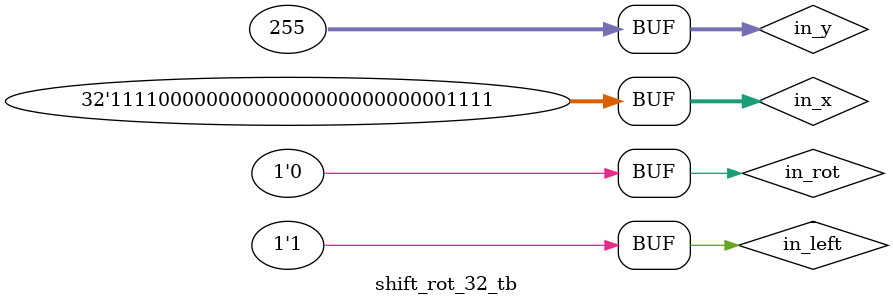
<source format=v>
module shift_rot_32 (input [31:0] in_x, input[31:0] in_y, input in_left, in_rot, output reg [31:0] out);

	// in_left = 1 -> shift/rot left
	// in_left = 0 -> shift/rot right
	// in_rot = 1 -> rotate
	// in_rot = 0 -> shift
	
	wire [4:0] w_rot_ammount;
	wire [31:0] w_rot_left;
	wire [31:0] w_rot_right;
	wire [31:0] w_mask;
	reg [31:0] r_rot_output;
	
	assign w_rot_ammount = in_y [4:0];  // Equivilant to in_y mod 32
	
	rotate_left_32 rot_left(.in_x (in_x),
		.in_rot (w_rot_ammount),
		.out_rotated (w_rot_left));
	
	rotate_right_32 rot_right(.in_x (in_x),
		.in_rot (w_rot_ammount),
		.out_rotated (w_rot_right));
		
	shift_mask_32 shift_mask(.in_shift (w_rot_ammount),
		.in_left (in_left),
		.out_mask (w_mask));
		
	always @(*) begin
		case(in_left)  // Decide which rotate to use
			1'b0: r_rot_output = w_rot_right;
			1'b1: r_rot_output = w_rot_left;
			default: r_rot_output = 32'b0;
		endcase
		
		case(in_rot)  // Decide whether shift or rotate
			1'b0: begin  // Shift
				if (in_y >= 32) begin
					out = 32'b0;
				end else begin
					out = r_rot_output & w_mask;
				end
			end
			1'b1: out = r_rot_output;  // Rotate
			default: out = 32'b0;
		endcase
	end

endmodule

// -----------------------------------

module shift_rot_32_tb;

	reg [31:0] in_x, in_y;
	reg in_left, in_rot;
	wire [31:0] out;
	
	parameter delay = 10;
	
	shift_rot_32 DUT (.in_x (in_x),
		.in_y (in_y),
		.in_left (in_left),
		.in_rot (in_rot),
		.out (out));
	
	initial begin
		in_x = 32'hF000000F; in_y = 32'h0; in_left = 0; in_rot = 0;  // Dont rotate; Output should be f000000f;
		
		#(delay) in_y = 32'h3; in_left = 0; in_rot = 1; // rot right 3; Output should be FE000001
		#(delay) in_y = 32'h3; in_left = 0; in_rot = 0; // shift right 3; Output should be 1E000001
		#(delay) in_y = 32'h3; in_left = 1; in_rot = 1; // rot left 3; Output should be 8000007F;
		#(delay) in_y = 32'h3; in_left = 1; in_rot = 0; // shift left 3; Output should be 80000078;
		#(delay) in_y = 32'h23; in_left = 1; in_rot = 1; // Check if modulo function works; Output should be 8000007F;
		#(delay) in_y = 32'hFF; in_left = 1; in_rot = 0; // Check if shift > 31; Output should be 00000000;
		
	end

endmodule


</source>
